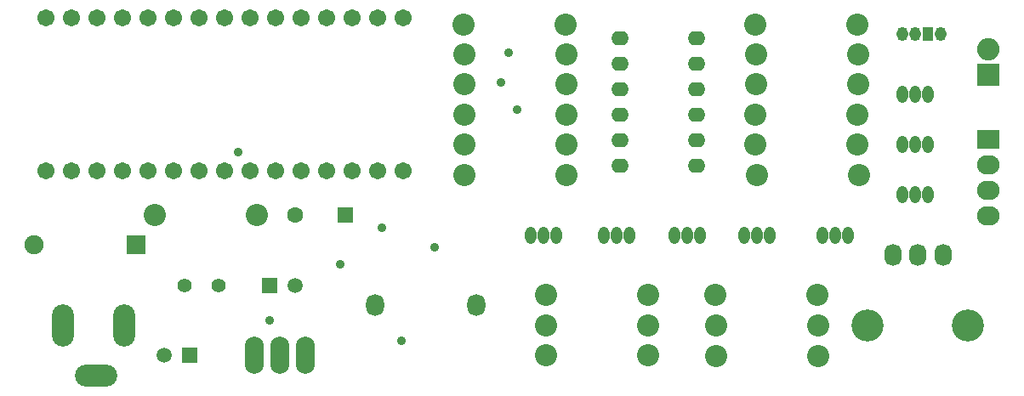
<source format=gts>
G04 #@! TF.FileFunction,Soldermask,Top*
%FSLAX46Y46*%
G04 Gerber Fmt 4.6, Leading zero omitted, Abs format (unit mm)*
G04 Created by KiCad (PCBNEW 4.0.2-4+6225~38~ubuntu14.04.1-stable) date sáb 12 mar 2016 01:20:51 CET*
%MOMM*%
G01*
G04 APERTURE LIST*
%ADD10C,0.100000*%
%ADD11C,1.703200*%
%ADD12O,1.727200X1.403200*%
%ADD13R,1.503200X1.503200*%
%ADD14C,1.503200*%
%ADD15R,1.603200X1.603200*%
%ADD16C,1.603200*%
%ADD17C,1.902460*%
%ADD18R,1.902460X1.902460*%
%ADD19R,2.235200X1.930400*%
%ADD20O,2.235200X1.930400*%
%ADD21O,1.102360X1.704340*%
%ADD22C,2.202180*%
%ADD23O,1.103200X1.403200*%
%ADD24R,1.103200X1.403200*%
%ADD25O,1.703200X2.203200*%
%ADD26C,3.203200*%
%ADD27C,1.403200*%
%ADD28O,1.803200X2.203200*%
%ADD29R,2.235200X2.235200*%
%ADD30O,2.235200X2.235200*%
%ADD31O,1.902460X3.703320*%
%ADD32O,2.203200X4.203200*%
%ADD33O,4.203200X2.203200*%
%ADD34C,0.903200*%
G04 APERTURE END LIST*
D10*
D11*
X148780000Y-42380000D03*
X146240000Y-42380000D03*
X143700000Y-42380000D03*
X141160000Y-42380000D03*
X138620000Y-42380000D03*
X136080000Y-42380000D03*
X133540000Y-42380000D03*
X131000000Y-42380000D03*
X128460000Y-42380000D03*
X125920000Y-42380000D03*
X123380000Y-42380000D03*
X120840000Y-42380000D03*
X118300000Y-42380000D03*
X115760000Y-42380000D03*
X113220000Y-42380000D03*
X113220000Y-57620000D03*
X115760000Y-57620000D03*
X118300000Y-57620000D03*
X120840000Y-57620000D03*
X123380000Y-57620000D03*
X125920000Y-57620000D03*
X128460000Y-57620000D03*
X131000000Y-57620000D03*
X133540000Y-57620000D03*
X136080000Y-57620000D03*
X138620000Y-57620000D03*
X141160000Y-57620000D03*
X143700000Y-57620000D03*
X146240000Y-57620000D03*
X148780000Y-57620000D03*
D12*
X170380000Y-44380000D03*
X170380000Y-46920000D03*
X170380000Y-49460000D03*
X170380000Y-52000000D03*
X170380000Y-54540000D03*
X170380000Y-57080000D03*
X178000000Y-44380000D03*
X178000000Y-46920000D03*
X178000000Y-49460000D03*
X178000000Y-52000000D03*
X178000000Y-54540000D03*
X178000000Y-57080000D03*
D13*
X135500000Y-69000000D03*
D14*
X138000000Y-69000000D03*
D15*
X143000000Y-62000000D03*
D16*
X138000000Y-62000000D03*
D17*
X112000000Y-65000000D03*
D18*
X122160000Y-65000000D03*
D19*
X207000000Y-54460000D03*
D20*
X207000000Y-57000000D03*
X207000000Y-59540000D03*
X207000000Y-62080000D03*
D21*
X199730000Y-50000000D03*
X198460000Y-50000000D03*
X201000000Y-50000000D03*
X199730000Y-55000000D03*
X198460000Y-55000000D03*
X201000000Y-55000000D03*
X199700000Y-60000000D03*
X198430000Y-60000000D03*
X200970000Y-60000000D03*
X162730000Y-64000000D03*
X161460000Y-64000000D03*
X164000000Y-64000000D03*
X170000000Y-64000000D03*
X168730000Y-64000000D03*
X171270000Y-64000000D03*
X191730000Y-64000000D03*
X190460000Y-64000000D03*
X193000000Y-64000000D03*
X177000000Y-64000000D03*
X175730000Y-64000000D03*
X178270000Y-64000000D03*
X184000000Y-64000000D03*
X182730000Y-64000000D03*
X185270000Y-64000000D03*
D22*
X194000000Y-52000000D03*
X183840000Y-52000000D03*
X194000000Y-55000000D03*
X183840000Y-55000000D03*
X194160000Y-58000000D03*
X184000000Y-58000000D03*
X183840000Y-43000000D03*
X194000000Y-43000000D03*
X183850000Y-49000000D03*
X194010000Y-49000000D03*
X183850000Y-46000000D03*
X194010000Y-46000000D03*
X173160000Y-76000000D03*
X163000000Y-76000000D03*
X165000000Y-46000000D03*
X154840000Y-46000000D03*
X173160000Y-70000000D03*
X163000000Y-70000000D03*
X165000000Y-55000000D03*
X154840000Y-55000000D03*
X173160000Y-73000000D03*
X163000000Y-73000000D03*
X164910000Y-43000000D03*
X154750000Y-43000000D03*
X165000000Y-49000000D03*
X154840000Y-49000000D03*
X165000000Y-52000000D03*
X154840000Y-52000000D03*
X165000000Y-58000000D03*
X154840000Y-58000000D03*
X190000000Y-70000000D03*
X179840000Y-70000000D03*
X190060000Y-76100000D03*
X179900000Y-76100000D03*
X190060000Y-73000000D03*
X179900000Y-73000000D03*
X124000000Y-62000000D03*
X134160000Y-62000000D03*
D23*
X199730000Y-44000000D03*
D24*
X201000000Y-44000000D03*
D23*
X198460000Y-44000000D03*
X202270000Y-44000000D03*
D25*
X200000000Y-66000000D03*
X202500000Y-66000000D03*
X197500000Y-66000000D03*
D26*
X205000000Y-73000000D03*
X195000000Y-73000000D03*
D13*
X127500000Y-76000000D03*
D14*
X125000000Y-76000000D03*
D27*
X127000000Y-69000000D03*
X130400000Y-69000000D03*
D28*
X146000000Y-71000000D03*
X156000000Y-71000000D03*
D29*
X207000000Y-48000000D03*
D30*
X207000000Y-45460000D03*
D31*
X136460000Y-76000000D03*
X139000000Y-76000000D03*
X133920000Y-76000000D03*
D32*
X121000000Y-73000000D03*
X114850000Y-73000000D03*
D33*
X118150000Y-78000000D03*
D34*
X151900000Y-65200000D03*
X146600000Y-63300000D03*
X159251868Y-45818301D03*
X158520798Y-48789721D03*
X160108196Y-51483239D03*
X148545822Y-74539031D03*
X135500000Y-72500000D03*
X132300000Y-55700000D03*
X142500000Y-66900000D03*
M02*

</source>
